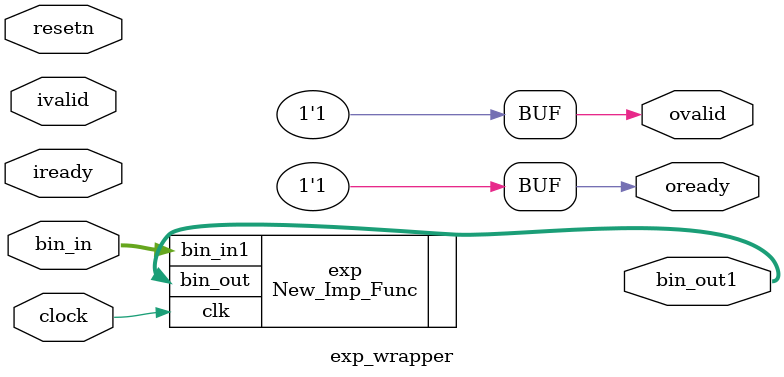
<source format=v>
`include "Out6.v"
`timescale 1ps / 1ps
module exp_wrapper (
    input clock,
	input resetn,
    input ivalid,
    input iready,
    output ovalid,
    output oready,
    input [7:0] bin_in, //wire
    output [7:0] bin_out1); //reg

    //wire[7:0] bin_out;
    New_Imp_Func exp(.bin_in1(bin_in), .clk(clock),  .bin_out(bin_out1));
    assign ovalid = 1'b1;
    assign oready = 1'b1;
    //always @(posedge clock)
    //begin
        //bin_out1 <= bin_out;
    //end
endmodule
</source>
